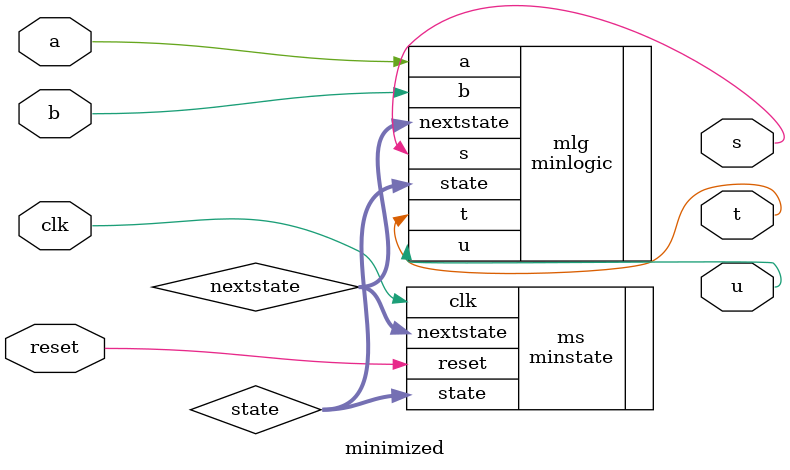
<source format=v>
module minimized(
	input a,
	input b,
	input clk,
	input reset,
	output s,
	output t,
	output u
);

wire [1:0] state;
wire [1:0] nextstate;

minlogic mlg(
	.state (state),
	.nextstate (nextstate),
	.a (a),
	.b (b),
	.s (s),
	.t (t),
	.u (u)
);

minstate ms(
	.reset(reset),
	.state(state),
	.nextstate(nextstate),
	.clk(clk)
);

endmodule
</source>
